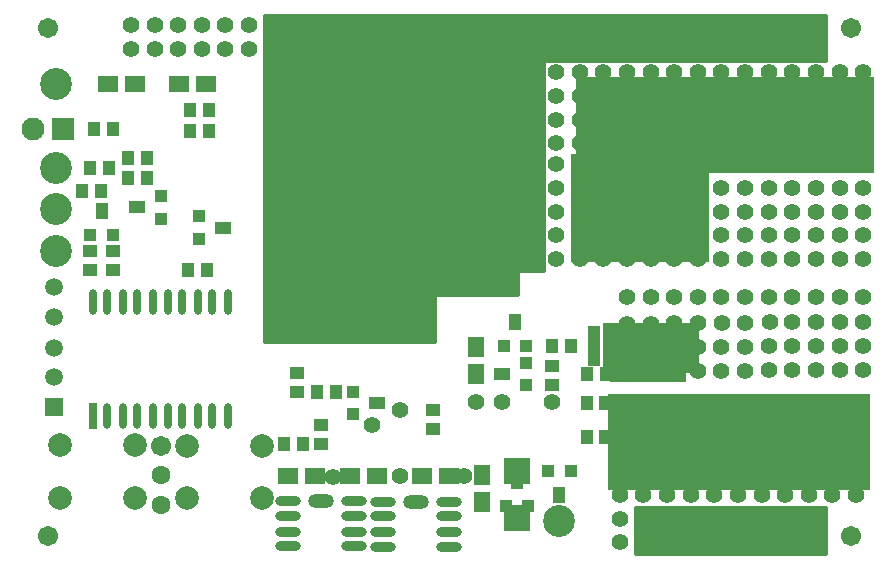
<source format=gts>
%FSLAX44Y44*%
%MOMM*%
G71*
G01*
G75*
G04 Layer_Color=8388736*
%ADD10C,0.4500*%
%ADD11R,0.9000X0.9500*%
%ADD12R,0.9500X0.9000*%
%ADD13R,1.5000X1.2500*%
%ADD14R,1.2500X1.5000*%
%ADD15R,6.3500X1.5240*%
%ADD16R,3.2000X1.0000*%
%ADD17R,0.9144X0.9144*%
%ADD18R,1.2700X0.9144*%
%ADD19R,0.9144X0.9144*%
%ADD20R,0.9144X1.2700*%
%ADD21R,0.9500X0.8000*%
%ADD22R,0.8000X0.9500*%
%ADD23O,0.5000X2.0000*%
%ADD24R,0.5000X2.0000*%
%ADD25R,0.9000X3.2000*%
%ADD26R,11.5000X9.0000*%
%ADD27R,0.9000X0.9000*%
%ADD28R,0.9000X1.2500*%
%ADD29R,2.0000X2.0000*%
%ADD30R,8.0000X4.0000*%
%ADD31O,2.0000X0.6000*%
%ADD32O,2.0000X1.0000*%
%ADD33C,0.5000*%
%ADD34C,0.3000*%
%ADD35R,1.7500X1.7500*%
%ADD36C,1.7500*%
%ADD37C,1.4000*%
%ADD38C,1.5000*%
%ADD39C,1.8000*%
%ADD40C,2.5000*%
%ADD41R,25.0000X8.0000*%
%ADD42R,22.0000X8.0000*%
%ADD43R,1.3000X1.3000*%
%ADD44C,1.3000*%
%ADD45C,1.2000*%
%ADD46C,0.2540*%
%ADD47C,0.2000*%
%ADD48C,0.3048*%
%ADD49C,0.2500*%
%ADD50C,0.1800*%
%ADD51C,0.1000*%
%ADD52R,1.1032X1.1532*%
%ADD53R,1.1532X1.1032*%
%ADD54R,1.7032X1.4532*%
%ADD55R,1.4532X1.7032*%
%ADD56R,6.5532X1.7272*%
%ADD57R,3.4032X1.2032*%
%ADD58R,1.1176X1.1176*%
%ADD59R,1.4732X1.1176*%
%ADD60R,1.1176X1.1176*%
%ADD61R,1.1176X1.4732*%
%ADD62R,1.1532X1.0032*%
%ADD63R,1.0032X1.1532*%
%ADD64O,0.7032X2.2032*%
%ADD65R,0.7032X2.2032*%
%ADD66R,1.1032X3.4032*%
%ADD67R,11.7032X9.2032*%
%ADD68R,1.1032X1.1032*%
%ADD69R,1.1032X1.4532*%
%ADD70R,2.2032X2.2032*%
%ADD71R,8.2032X4.2032*%
%ADD72O,2.2032X0.8032*%
%ADD73O,2.2032X1.2032*%
%ADD74R,1.9532X1.9532*%
%ADD75C,1.9532*%
%ADD76C,1.6032*%
%ADD77C,1.7032*%
%ADD78C,2.0032*%
%ADD79C,2.7032*%
%ADD80R,25.2032X8.2032*%
%ADD81R,22.2032X8.2032*%
%ADD82R,1.5032X1.5032*%
%ADD83C,1.5032*%
%ADD84C,1.4032*%
D10*
X184010Y-223001D02*
X397000D01*
X184010Y-219002D02*
X397000D01*
X184010Y-215002D02*
X397000D01*
X184010Y-211002D02*
X397000D01*
X184010Y-207002D02*
X397000D01*
X184010Y-203002D02*
X397000D01*
X184010Y-199002D02*
X397000D01*
X184010Y-195002D02*
X397000D01*
X184010Y-191002D02*
X397000D01*
X184010Y-187002D02*
X397000D01*
X184010Y-183002D02*
X397000D01*
X184010Y-179002D02*
X397000D01*
X184010Y-175002D02*
X397000D01*
X184010Y-171002D02*
X397000D01*
X184010Y-167002D02*
X397000D01*
X184010Y-163002D02*
X397000D01*
X184010Y-159002D02*
X397000D01*
X184010Y-155002D02*
X397000D01*
X184010Y-151002D02*
X397000D01*
X184010Y-147002D02*
X397000D01*
X184010Y-143002D02*
X397000D01*
X184010Y-139002D02*
X397000D01*
X184010Y-135002D02*
X397000D01*
X184010Y-131002D02*
X397000D01*
X184010Y-127002D02*
X397000D01*
X184010Y-123002D02*
X397000D01*
X184010Y-119002D02*
X397000D01*
X184010Y-115002D02*
X397000D01*
X184010Y-111002D02*
X397000D01*
X184010Y-107002D02*
X397000D01*
X184010Y-103002D02*
X397000D01*
X184010Y-99002D02*
X397000D01*
X184010Y-95002D02*
X397000D01*
X184010Y-91002D02*
X397000D01*
X184010Y-87002D02*
X397000D01*
X184010Y-83002D02*
X397000D01*
X184010Y-79002D02*
X397000D01*
X184010Y-75002D02*
X397000D01*
X184010Y-71002D02*
X397000D01*
X184010Y-67002D02*
X397000D01*
X184010Y-63002D02*
X397000D01*
X184010Y-59002D02*
X397000D01*
X184010Y-55002D02*
X397000D01*
X184010Y-51002D02*
X397000D01*
X184010Y-47002D02*
X397000D01*
X184010Y-43002D02*
X397000D01*
X184010Y-39002D02*
X397000D01*
X184010Y-35002D02*
X397000D01*
X184010Y-31002D02*
X397000D01*
X184010Y-27002D02*
X397000D01*
X184010Y-23002D02*
X397000D01*
X184010Y-19002D02*
X397000D01*
X184010Y-15002D02*
X397000D01*
X184010Y-11002D02*
X397000D01*
X184010Y-7002D02*
X397000D01*
X184010Y-3002D02*
X397000D01*
X184010Y998D02*
X397000D01*
X184010Y4998D02*
X397000D01*
X184010Y-225000D02*
Y10250D01*
X186998Y-225000D02*
Y10250D01*
X190998Y-225000D02*
Y10250D01*
X194998Y-225000D02*
Y10250D01*
X198998Y-225000D02*
Y10250D01*
X202998Y-225000D02*
Y10250D01*
X206998Y-225000D02*
Y10250D01*
X210998Y-225000D02*
Y10250D01*
X214998Y-225000D02*
Y10250D01*
X218998Y-225000D02*
Y10250D01*
X222998Y-225000D02*
Y10250D01*
X226998Y-225000D02*
Y10250D01*
X230998Y-225000D02*
Y10250D01*
X234998Y-225000D02*
Y10250D01*
X184010Y-225000D02*
X397000D01*
X238998D02*
Y10250D01*
X242998Y-225000D02*
Y10250D01*
X246998Y-225000D02*
Y10250D01*
X250998Y-225000D02*
Y10250D01*
X254998Y-225000D02*
Y10250D01*
X258998Y-225000D02*
Y10250D01*
X262998Y-225000D02*
Y10250D01*
X266998Y-225000D02*
Y10250D01*
X270998Y-225000D02*
Y10250D01*
X274998Y-225000D02*
Y10250D01*
X278998Y-225000D02*
Y10250D01*
X282998Y-225000D02*
Y10250D01*
X286998Y-225000D02*
Y10250D01*
X290998Y-225000D02*
Y10250D01*
X294998Y-225000D02*
Y10250D01*
X298998Y-225000D02*
Y10250D01*
X302998Y-225000D02*
Y10250D01*
X306998Y-225000D02*
Y10250D01*
X310998Y-225000D02*
Y10250D01*
X314998Y-225000D02*
Y10250D01*
X318998Y-225000D02*
Y10250D01*
X322998Y-225000D02*
Y10250D01*
X326998Y-225000D02*
Y10250D01*
X330998Y-225000D02*
Y10250D01*
X334998Y-225000D02*
Y10250D01*
X338997Y-225000D02*
Y10250D01*
X342998Y-225000D02*
Y10250D01*
X346997Y-225000D02*
Y10250D01*
X350998Y-225000D02*
Y10250D01*
X354997Y-225000D02*
Y10250D01*
X184010Y8998D02*
X397000D01*
X358997Y-225000D02*
Y10250D01*
X362998Y-225000D02*
Y10250D01*
X366997Y-225000D02*
Y10250D01*
X370998Y-225000D02*
Y10250D01*
X374997Y-225000D02*
Y10250D01*
X378997Y-225000D02*
Y10250D01*
X382998Y-225000D02*
Y10250D01*
X184010D02*
X397000D01*
X386997Y-225000D02*
Y10250D01*
X390997Y-225000D02*
Y10250D01*
X394997Y-225000D02*
Y10250D01*
X397000Y-225000D02*
Y10250D01*
X378500Y-27002D02*
Y10250D01*
X378997Y-27002D02*
Y10250D01*
X382998Y-27002D02*
Y10250D01*
X386997Y-27002D02*
Y10250D01*
X390997Y-27002D02*
Y10250D01*
X394997Y-27002D02*
Y10250D01*
X398997Y-27002D02*
Y10250D01*
X402997Y-27002D02*
Y10250D01*
X406997Y-27002D02*
Y10250D01*
X410997Y-27002D02*
Y10250D01*
X378500Y-27002D02*
X657750D01*
X414997D02*
Y10250D01*
X418997Y-27002D02*
Y10250D01*
X422997Y-27002D02*
Y10250D01*
X426997Y-27002D02*
Y10250D01*
X430997Y-27002D02*
Y10250D01*
X434997Y-27002D02*
Y10250D01*
X438997Y-27002D02*
Y10250D01*
X442997Y-27002D02*
Y10250D01*
X446997Y-27002D02*
Y10250D01*
X450997Y-27002D02*
Y10250D01*
X454997Y-27002D02*
Y10250D01*
X458997Y-27002D02*
Y10250D01*
X462997Y-27002D02*
Y10250D01*
X466997Y-27002D02*
Y10250D01*
X470997Y-27002D02*
Y10250D01*
X474997Y-27002D02*
Y10250D01*
X478997Y-27002D02*
Y10250D01*
X482997Y-27002D02*
Y10250D01*
X486997Y-27002D02*
Y10250D01*
X378500Y-23002D02*
X657750D01*
X378500Y-19002D02*
X657750D01*
X378500Y-15002D02*
X657750D01*
X378500Y-11002D02*
X657750D01*
X378500Y-7002D02*
X657750D01*
X378500Y-3002D02*
X657750D01*
X378500Y998D02*
X657750D01*
X378500Y4998D02*
X657750D01*
X490997Y-27002D02*
Y10250D01*
X378500Y8998D02*
X657750D01*
X378500Y10250D02*
X657750D01*
X494997Y-27002D02*
Y10250D01*
X498997Y-27002D02*
Y10250D01*
X502997Y-27002D02*
Y10250D01*
X506997Y-27002D02*
Y10250D01*
X510997Y-27002D02*
Y10250D01*
X514997Y-27002D02*
Y10250D01*
X518997Y-27002D02*
Y10250D01*
X522997Y-27002D02*
Y10250D01*
X526997Y-27002D02*
Y10250D01*
X530997Y-27002D02*
Y10250D01*
X534997Y-27002D02*
Y10250D01*
X538997Y-27002D02*
Y10250D01*
X542997Y-27002D02*
Y10250D01*
X546997Y-27002D02*
Y10250D01*
X550997Y-27002D02*
Y10250D01*
X554997Y-27002D02*
Y10250D01*
X558997Y-27002D02*
Y10250D01*
X562997Y-27002D02*
Y10250D01*
X566997Y-27002D02*
Y10250D01*
X570997Y-27002D02*
Y10250D01*
X574997Y-27002D02*
Y10250D01*
X578997Y-27002D02*
Y10250D01*
X582997Y-27002D02*
Y10250D01*
X586997Y-27002D02*
Y10250D01*
X590997Y-27002D02*
Y10250D01*
X594997Y-27002D02*
Y10250D01*
X598997Y-27002D02*
Y10250D01*
X602997Y-27002D02*
Y10250D01*
X606997Y-27002D02*
Y10250D01*
X610997Y-27002D02*
Y10250D01*
X614997Y-27002D02*
Y10250D01*
X618997Y-27002D02*
Y10250D01*
X622997Y-27002D02*
Y10250D01*
X626997Y-27002D02*
Y10250D01*
X630997Y-27002D02*
Y10250D01*
X634997Y-27002D02*
Y10250D01*
X638997Y-27002D02*
Y10250D01*
X642997Y-27002D02*
Y10250D01*
X646997Y-27002D02*
Y10250D01*
X650997Y-27002D02*
Y10250D01*
X654997Y-27002D02*
Y10250D01*
X657750Y-27002D02*
Y10250D01*
X386997Y-203002D02*
X418750D01*
X386997Y-199002D02*
X418750D01*
X386997Y-195002D02*
X418750D01*
X386997Y-191002D02*
X418750D01*
X386997Y-187002D02*
X418750D01*
X386997Y-204750D02*
Y-23002D01*
Y-183002D02*
X418750D01*
X386997Y-179002D02*
X418750D01*
X386997Y-175002D02*
X418750D01*
X386997Y-171002D02*
X418750D01*
X386997Y-167002D02*
X418750D01*
X386997Y-163002D02*
X418750D01*
X386997Y-159002D02*
X418750D01*
X386997Y-155002D02*
X418750D01*
X386997Y-151002D02*
X418750D01*
X386997Y-147002D02*
X418750D01*
X386997Y-143002D02*
X418750D01*
X386997Y-139002D02*
X418750D01*
X386997Y-135002D02*
X418750D01*
X386997Y-131002D02*
X418750D01*
X386997Y-127002D02*
X418750D01*
X386997Y-123002D02*
X418750D01*
X386997Y-119002D02*
X418750D01*
X386997Y-115002D02*
X418750D01*
X386997Y-111002D02*
X418750D01*
X386997Y-107002D02*
X418750D01*
X386997Y-103002D02*
X418750D01*
X386997Y-99002D02*
X418750D01*
X386997Y-204750D02*
Y-23002D01*
X390997Y-204750D02*
Y-23002D01*
X394997Y-204750D02*
Y-23002D01*
X398997Y-204750D02*
Y-23002D01*
X402997Y-204750D02*
Y-23002D01*
X406997Y-204750D02*
Y-23002D01*
X410997Y-204750D02*
Y-23002D01*
X386997Y-204750D02*
X418750D01*
X386997Y-95002D02*
X418750D01*
X386997Y-91002D02*
X418750D01*
X386997Y-87002D02*
X418750D01*
X386997Y-83002D02*
X418750D01*
X414997Y-204750D02*
Y-23002D01*
X418750Y-204750D02*
Y-23002D01*
X386997Y-79002D02*
X418750D01*
X386997Y-75002D02*
X418750D01*
X386997Y-71002D02*
X418750D01*
X386997Y-67002D02*
X418750D01*
X386997Y-63002D02*
X418750D01*
X386997Y-59002D02*
X418750D01*
X386997Y-55002D02*
X418750D01*
X386997Y-51002D02*
X418750D01*
X386997Y-47002D02*
X418750D01*
X386997Y-43002D02*
X418750D01*
X386997Y-39002D02*
X418750D01*
X386997Y-35002D02*
X418750D01*
X386997Y-31002D02*
X418750D01*
X386997Y-27002D02*
X418750D01*
X386997Y-23002D02*
X418750D01*
X184000Y-265000D02*
Y-221750D01*
X186998Y-265000D02*
Y-221750D01*
X190998Y-265000D02*
Y-221750D01*
X194998Y-265000D02*
Y-221750D01*
X198998Y-265000D02*
Y-221750D01*
X202998Y-265000D02*
Y-221750D01*
X184000Y-265000D02*
X326998D01*
X206998D02*
Y-221750D01*
X210998Y-265000D02*
Y-221750D01*
X214998Y-265000D02*
Y-221750D01*
X218998Y-265000D02*
Y-221750D01*
X222998Y-265000D02*
Y-221750D01*
X184000Y-263001D02*
X326998D01*
X184000Y-259002D02*
X326998D01*
X184000Y-255002D02*
X326998D01*
X184000Y-251001D02*
X326998D01*
X226998Y-265000D02*
Y-221750D01*
X184000Y-247001D02*
X326998D01*
X184000Y-243001D02*
X326998D01*
X184000Y-239002D02*
X326998D01*
X184000Y-235002D02*
X326998D01*
X184000Y-231001D02*
X326998D01*
X184000Y-227001D02*
X326998D01*
X184000Y-223001D02*
X326998D01*
X184000Y-221750D02*
X326998D01*
X230998Y-265000D02*
Y-221750D01*
X234998Y-265000D02*
Y-221750D01*
X238998Y-265000D02*
Y-221750D01*
X242998Y-265000D02*
Y-221750D01*
X246998Y-265000D02*
Y-221750D01*
X250998Y-265000D02*
Y-221750D01*
X254998Y-265000D02*
Y-221750D01*
X258998Y-265000D02*
Y-221750D01*
X262998Y-265000D02*
Y-221750D01*
X266998Y-265000D02*
Y-221750D01*
X270998Y-265000D02*
Y-221750D01*
X274998Y-265000D02*
Y-221750D01*
X278998Y-265000D02*
Y-221750D01*
X282998Y-265000D02*
Y-221750D01*
X286998Y-265000D02*
Y-221750D01*
X290998Y-265000D02*
Y-221750D01*
X294998Y-265000D02*
Y-221750D01*
X298998Y-265000D02*
Y-221750D01*
X302998Y-265000D02*
Y-221750D01*
X306998Y-265000D02*
Y-221750D01*
X310998Y-265000D02*
Y-221750D01*
X314998Y-265000D02*
Y-221750D01*
X318998Y-265000D02*
Y-221750D01*
X322998Y-265000D02*
Y-221750D01*
X326998Y-265000D02*
Y-221750D01*
X497508Y-444250D02*
Y-406500D01*
X498997Y-444250D02*
Y-406500D01*
X502997Y-444250D02*
Y-406500D01*
X506997Y-444250D02*
Y-406500D01*
X510997Y-444250D02*
Y-406500D01*
X514997Y-444250D02*
Y-406500D01*
X497508Y-444250D02*
X658250D01*
X518997D02*
Y-406500D01*
X522997Y-444250D02*
Y-406500D01*
X526997Y-444250D02*
Y-406500D01*
X530997Y-444250D02*
Y-406500D01*
X534997Y-444250D02*
Y-406500D01*
X538997Y-444250D02*
Y-406500D01*
X497508Y-443001D02*
X658250D01*
X497508Y-439001D02*
X658250D01*
X497508Y-435001D02*
X658250D01*
X542997Y-444250D02*
Y-406500D01*
X497508Y-431001D02*
X658250D01*
X546997Y-444250D02*
Y-406500D01*
X550997Y-444250D02*
Y-406500D01*
X497508Y-427001D02*
X658250D01*
X497508Y-423001D02*
X658250D01*
X497508Y-419001D02*
X658250D01*
X497508Y-415001D02*
X658250D01*
X497508Y-411001D02*
X658250D01*
X497508Y-407001D02*
X658250D01*
X497508Y-406500D02*
X658250D01*
X554997Y-444250D02*
Y-406500D01*
X558997Y-444250D02*
Y-406500D01*
X562997Y-444250D02*
Y-406500D01*
X566997Y-444250D02*
Y-406500D01*
X570997Y-444250D02*
Y-406500D01*
X574997Y-444250D02*
Y-406500D01*
X578997Y-444250D02*
Y-406500D01*
X582997Y-444250D02*
Y-406500D01*
X586997Y-444250D02*
Y-406500D01*
X590997Y-444250D02*
Y-406500D01*
X594997Y-444250D02*
Y-406500D01*
X598997Y-444250D02*
Y-406500D01*
X602997Y-444250D02*
Y-406500D01*
X606997Y-444250D02*
Y-406500D01*
X610997Y-444250D02*
Y-406500D01*
X614997Y-444250D02*
Y-406500D01*
X618997Y-444250D02*
Y-406500D01*
X622997Y-444250D02*
Y-406500D01*
X626997Y-444250D02*
Y-406500D01*
X630997Y-444250D02*
Y-406500D01*
X634997Y-444250D02*
Y-406500D01*
X638997Y-444250D02*
Y-406500D01*
X642997Y-444250D02*
Y-406500D01*
X646997Y-444250D02*
Y-406500D01*
X650997Y-444250D02*
Y-406500D01*
X654997Y-444250D02*
Y-406500D01*
X658250Y-444250D02*
Y-406500D01*
D52*
X227500Y-307750D02*
D03*
X243500D02*
D03*
X120000Y-69250D02*
D03*
X136000D02*
D03*
X118500Y-204500D02*
D03*
X134500D02*
D03*
X84000Y-110250D02*
D03*
X68000D02*
D03*
X199750Y-352250D02*
D03*
X215750D02*
D03*
X120000Y-87500D02*
D03*
X136000D02*
D03*
D53*
X326250Y-323500D02*
D03*
Y-339500D02*
D03*
X35750Y-188500D02*
D03*
Y-204500D02*
D03*
X231500Y-336250D02*
D03*
Y-352250D02*
D03*
D54*
X317000Y-379250D02*
D03*
X340000D02*
D03*
X256000D02*
D03*
X279000D02*
D03*
X226250Y-379500D02*
D03*
X203250D02*
D03*
X111250Y-47750D02*
D03*
X134250D02*
D03*
X73750D02*
D03*
X50750D02*
D03*
D55*
X367750Y-401000D02*
D03*
Y-378000D02*
D03*
X362500Y-269750D02*
D03*
Y-292750D02*
D03*
D56*
X507750Y-318750D02*
D03*
Y-291500D02*
D03*
D57*
X490500Y-346250D02*
D03*
Y-284250D02*
D03*
D58*
X405000Y-283450D02*
D03*
Y-302500D02*
D03*
X258250Y-307750D02*
D03*
Y-326800D02*
D03*
X127500Y-159250D02*
D03*
Y-178300D02*
D03*
X95750Y-161500D02*
D03*
Y-142450D02*
D03*
D59*
X384680Y-292848D02*
D03*
X278570Y-317402D02*
D03*
X147820Y-168902D02*
D03*
X75430Y-151848D02*
D03*
D60*
X386000Y-269500D02*
D03*
X405050D02*
D03*
X442500Y-374750D02*
D03*
X423450D02*
D03*
X54800Y-175250D02*
D03*
X35750D02*
D03*
D61*
X395652Y-249180D02*
D03*
X432848Y-395070D02*
D03*
X45402Y-154930D02*
D03*
D62*
X210500Y-291750D02*
D03*
Y-307750D02*
D03*
X426500Y-302000D02*
D03*
Y-286000D02*
D03*
X54750Y-188500D02*
D03*
Y-204500D02*
D03*
D63*
X51500Y-118750D02*
D03*
X35500D02*
D03*
X84000Y-127250D02*
D03*
X68000D02*
D03*
X55250Y-85750D02*
D03*
X39250D02*
D03*
X472500Y-293250D02*
D03*
X456500D02*
D03*
X427000Y-269500D02*
D03*
X443000D02*
D03*
X29000Y-138000D02*
D03*
X45000D02*
D03*
X472000Y-317500D02*
D03*
X456000D02*
D03*
X472000Y-346250D02*
D03*
X456000D02*
D03*
D64*
X88750Y-232000D02*
D03*
X50250Y-328500D02*
D03*
X63250D02*
D03*
X75750D02*
D03*
X101250D02*
D03*
X113750D02*
D03*
X126750D02*
D03*
X139250D02*
D03*
X152250D02*
D03*
Y-232000D02*
D03*
X139250D02*
D03*
X126750D02*
D03*
X113750D02*
D03*
X101250D02*
D03*
X75750D02*
D03*
X63250D02*
D03*
X50250D02*
D03*
X37750D02*
D03*
X88750Y-328500D02*
D03*
D65*
X37750D02*
D03*
D66*
X475500Y-269500D02*
D03*
X462750D02*
D03*
X488250D02*
D03*
X513750D02*
D03*
X526500D02*
D03*
X539250D02*
D03*
D67*
X501000Y-152750D02*
D03*
D68*
X387750Y-404250D02*
D03*
X406750D02*
D03*
D69*
X397250Y-383750D02*
D03*
D70*
Y-414750D02*
D03*
Y-374750D02*
D03*
D71*
X510997Y-270500D02*
D03*
D72*
X284000Y-439000D02*
D03*
X340000Y-401000D02*
D03*
Y-413500D02*
D03*
Y-426500D02*
D03*
Y-439000D02*
D03*
X284000Y-426500D02*
D03*
Y-413500D02*
D03*
Y-401000D02*
D03*
X203250Y-400750D02*
D03*
Y-413250D02*
D03*
Y-426250D02*
D03*
X259250Y-438750D02*
D03*
Y-426250D02*
D03*
Y-413250D02*
D03*
Y-400750D02*
D03*
X203250Y-438750D02*
D03*
D73*
X231250Y-400750D02*
D03*
X312000Y-401000D02*
D03*
D74*
X12750Y-85750D02*
D03*
D75*
X-12750D02*
D03*
D76*
X96000Y-378500D02*
D03*
Y-404000D02*
D03*
D77*
Y-353500D02*
D03*
X680000Y-430000D02*
D03*
X679750Y250D02*
D03*
X0Y-430000D02*
D03*
Y0D02*
D03*
D78*
X118000Y-353500D02*
D03*
Y-398000D02*
D03*
X181500Y-353500D02*
D03*
Y-398000D02*
D03*
X73500Y-397750D02*
D03*
Y-353250D02*
D03*
X10000Y-397750D02*
D03*
Y-353250D02*
D03*
D79*
X7250Y-118750D02*
D03*
X433000Y-417500D02*
D03*
X7250Y-47750D02*
D03*
X7000Y-153500D02*
D03*
Y-188500D02*
D03*
D80*
X573500Y-82000D02*
D03*
D81*
X585000Y-350500D02*
D03*
D82*
X5250Y-321000D02*
D03*
D83*
Y-295500D02*
D03*
Y-270500D02*
D03*
Y-245000D02*
D03*
Y-219500D02*
D03*
D84*
X590250Y-270000D02*
D03*
X570253Y-290002D02*
D03*
X570253Y-270001D02*
D03*
X571000Y-250000D02*
D03*
X590253Y-290002D02*
D03*
Y-250002D02*
D03*
X630250Y-269250D02*
D03*
X610253Y-289251D02*
D03*
Y-269251D02*
D03*
X611000Y-249250D02*
D03*
X630253Y-289251D02*
D03*
Y-249251D02*
D03*
X630250Y-195500D02*
D03*
X70250Y-17500D02*
D03*
Y2500D02*
D03*
X90250Y-17500D02*
D03*
Y2500D02*
D03*
X110250Y-17500D02*
D03*
Y2500D02*
D03*
X130250Y-17500D02*
D03*
Y2500D02*
D03*
X150250Y-17500D02*
D03*
Y2500D02*
D03*
X170250Y-17500D02*
D03*
Y2500D02*
D03*
X190250Y-195500D02*
D03*
Y-175500D02*
D03*
Y-155500D02*
D03*
Y-97500D02*
D03*
Y-77500D02*
D03*
Y-57500D02*
D03*
Y-37500D02*
D03*
Y-17500D02*
D03*
Y2500D02*
D03*
X210250Y-215500D02*
D03*
Y-195500D02*
D03*
Y-175500D02*
D03*
Y-155500D02*
D03*
Y-135500D02*
D03*
Y-97500D02*
D03*
Y-77500D02*
D03*
Y-57500D02*
D03*
Y-37500D02*
D03*
Y-17500D02*
D03*
Y2500D02*
D03*
X230250Y-215500D02*
D03*
Y-195500D02*
D03*
Y-175500D02*
D03*
Y-155500D02*
D03*
Y-135500D02*
D03*
Y-97500D02*
D03*
Y-77500D02*
D03*
Y-57500D02*
D03*
Y-37500D02*
D03*
Y-17500D02*
D03*
Y2500D02*
D03*
X250250Y-215500D02*
D03*
Y-195500D02*
D03*
Y-175500D02*
D03*
Y-155500D02*
D03*
Y-135500D02*
D03*
Y-97500D02*
D03*
Y-77500D02*
D03*
Y-57500D02*
D03*
Y-37500D02*
D03*
Y-17500D02*
D03*
Y2500D02*
D03*
X270250Y-215500D02*
D03*
Y-195500D02*
D03*
Y-175500D02*
D03*
Y-155500D02*
D03*
Y-135500D02*
D03*
Y-97500D02*
D03*
Y-77500D02*
D03*
Y-57500D02*
D03*
Y-37500D02*
D03*
Y-17500D02*
D03*
Y2500D02*
D03*
X290250Y-215500D02*
D03*
Y-195500D02*
D03*
Y-175500D02*
D03*
Y-155500D02*
D03*
Y-135500D02*
D03*
Y-97500D02*
D03*
Y-77500D02*
D03*
Y-57500D02*
D03*
Y-37500D02*
D03*
Y-17500D02*
D03*
Y2500D02*
D03*
X310250Y-215500D02*
D03*
Y-195500D02*
D03*
Y-175500D02*
D03*
Y-155500D02*
D03*
Y-135500D02*
D03*
Y-97500D02*
D03*
Y-77500D02*
D03*
Y-57500D02*
D03*
Y-37500D02*
D03*
Y-17500D02*
D03*
Y2500D02*
D03*
X330250Y-195500D02*
D03*
Y-175500D02*
D03*
Y-155500D02*
D03*
Y-135500D02*
D03*
Y-97500D02*
D03*
Y-77500D02*
D03*
Y-57500D02*
D03*
Y-37500D02*
D03*
Y-17500D02*
D03*
Y2500D02*
D03*
X350250Y-195500D02*
D03*
Y-175500D02*
D03*
Y-155500D02*
D03*
Y-135500D02*
D03*
Y-97500D02*
D03*
Y-77500D02*
D03*
Y-57500D02*
D03*
Y-37500D02*
D03*
Y-17500D02*
D03*
Y2500D02*
D03*
X370250Y-195500D02*
D03*
Y-175500D02*
D03*
Y-155500D02*
D03*
Y-135500D02*
D03*
Y-97500D02*
D03*
Y-77500D02*
D03*
Y-57500D02*
D03*
Y-37500D02*
D03*
Y-17500D02*
D03*
Y2500D02*
D03*
X390250Y-195500D02*
D03*
Y-175500D02*
D03*
Y-155500D02*
D03*
Y-135500D02*
D03*
Y-97500D02*
D03*
Y-77500D02*
D03*
Y-57500D02*
D03*
Y-37500D02*
D03*
Y-17500D02*
D03*
Y2500D02*
D03*
X410250Y-195500D02*
D03*
Y-175500D02*
D03*
Y-155500D02*
D03*
Y-135500D02*
D03*
Y-97500D02*
D03*
Y-77500D02*
D03*
Y-57500D02*
D03*
Y-37500D02*
D03*
Y-17500D02*
D03*
Y2500D02*
D03*
X430250Y-195500D02*
D03*
Y-175500D02*
D03*
Y-155500D02*
D03*
Y-135500D02*
D03*
Y-97500D02*
D03*
Y-77500D02*
D03*
Y-57500D02*
D03*
Y-37500D02*
D03*
Y-17500D02*
D03*
Y2500D02*
D03*
X450250Y-195500D02*
D03*
Y-175500D02*
D03*
Y-155500D02*
D03*
Y-135500D02*
D03*
X450250Y-115500D02*
D03*
X450250Y-97500D02*
D03*
Y-77500D02*
D03*
Y-57500D02*
D03*
Y-37500D02*
D03*
Y-17500D02*
D03*
Y2500D02*
D03*
X470250Y-195500D02*
D03*
Y-175500D02*
D03*
Y-155500D02*
D03*
Y-135500D02*
D03*
Y-115500D02*
D03*
X470250Y-97500D02*
D03*
X470250Y-77500D02*
D03*
Y-57500D02*
D03*
Y-37500D02*
D03*
Y-17500D02*
D03*
Y2500D02*
D03*
X490250Y-175500D02*
D03*
Y-155500D02*
D03*
Y-135500D02*
D03*
Y-115500D02*
D03*
Y-97500D02*
D03*
Y-77500D02*
D03*
Y-57500D02*
D03*
Y-37500D02*
D03*
Y-17500D02*
D03*
Y2500D02*
D03*
X510250Y-195500D02*
D03*
Y-175500D02*
D03*
Y-155500D02*
D03*
Y-135500D02*
D03*
X510250Y-115500D02*
D03*
Y-97500D02*
D03*
Y-77500D02*
D03*
Y-57500D02*
D03*
Y-37500D02*
D03*
Y-17500D02*
D03*
Y2500D02*
D03*
X530250Y-195500D02*
D03*
Y-175500D02*
D03*
Y-155500D02*
D03*
Y-135500D02*
D03*
Y-115500D02*
D03*
Y-97500D02*
D03*
Y-77500D02*
D03*
Y-57500D02*
D03*
Y-37500D02*
D03*
Y-17500D02*
D03*
Y2500D02*
D03*
X550250Y-195500D02*
D03*
Y-175500D02*
D03*
Y-155500D02*
D03*
Y-135500D02*
D03*
X550250Y-115500D02*
D03*
Y-97500D02*
D03*
Y-77500D02*
D03*
Y-57500D02*
D03*
Y-37500D02*
D03*
Y-17500D02*
D03*
Y2500D02*
D03*
X570250Y-195500D02*
D03*
Y-175500D02*
D03*
Y-155500D02*
D03*
Y-135500D02*
D03*
Y-115500D02*
D03*
X570250Y-97500D02*
D03*
Y-57500D02*
D03*
Y-37500D02*
D03*
Y-17500D02*
D03*
Y2500D02*
D03*
X590250Y-195500D02*
D03*
Y-175500D02*
D03*
Y-155500D02*
D03*
Y-135500D02*
D03*
Y-115500D02*
D03*
Y-97500D02*
D03*
Y-77500D02*
D03*
Y-57500D02*
D03*
Y-37500D02*
D03*
Y-17500D02*
D03*
Y2500D02*
D03*
X610250Y-195500D02*
D03*
Y-175500D02*
D03*
Y-155500D02*
D03*
Y-135500D02*
D03*
Y-115500D02*
D03*
X610250Y-97500D02*
D03*
Y-77500D02*
D03*
Y-57500D02*
D03*
Y-37500D02*
D03*
Y-17500D02*
D03*
Y2500D02*
D03*
X630250Y-175500D02*
D03*
Y-155500D02*
D03*
Y-135500D02*
D03*
Y-115500D02*
D03*
Y-97500D02*
D03*
Y-77500D02*
D03*
Y-57500D02*
D03*
Y-37500D02*
D03*
Y-17500D02*
D03*
Y2500D02*
D03*
X650250Y-195500D02*
D03*
Y-175500D02*
D03*
Y-155500D02*
D03*
Y-135500D02*
D03*
Y-115500D02*
D03*
Y-97500D02*
D03*
Y-77500D02*
D03*
Y-57500D02*
D03*
Y-37500D02*
D03*
Y-17500D02*
D03*
Y2500D02*
D03*
X670250Y-195500D02*
D03*
Y-175500D02*
D03*
Y-155500D02*
D03*
Y-135500D02*
D03*
Y-115500D02*
D03*
Y-97500D02*
D03*
Y-77500D02*
D03*
Y-57500D02*
D03*
Y-37500D02*
D03*
X690250Y-195500D02*
D03*
Y-175500D02*
D03*
Y-155500D02*
D03*
Y-135500D02*
D03*
Y-115500D02*
D03*
Y-97500D02*
D03*
Y-77500D02*
D03*
Y-57500D02*
D03*
Y-37500D02*
D03*
X484250Y-435500D02*
D03*
Y-415500D02*
D03*
Y-395500D02*
D03*
Y-375500D02*
D03*
Y-357500D02*
D03*
Y-337500D02*
D03*
Y-317500D02*
D03*
X504250Y-435500D02*
D03*
Y-415500D02*
D03*
Y-395500D02*
D03*
Y-375500D02*
D03*
Y-357500D02*
D03*
Y-337500D02*
D03*
Y-317500D02*
D03*
X524250Y-435500D02*
D03*
Y-415500D02*
D03*
Y-395500D02*
D03*
Y-375500D02*
D03*
Y-357500D02*
D03*
Y-337500D02*
D03*
Y-317500D02*
D03*
X544250Y-435500D02*
D03*
Y-415500D02*
D03*
Y-395500D02*
D03*
Y-375500D02*
D03*
Y-357500D02*
D03*
Y-337500D02*
D03*
Y-317500D02*
D03*
X564250Y-435500D02*
D03*
Y-415500D02*
D03*
Y-395500D02*
D03*
Y-375500D02*
D03*
Y-357500D02*
D03*
Y-337500D02*
D03*
Y-317500D02*
D03*
X490250Y-250250D02*
D03*
X490253Y-227503D02*
D03*
X584250Y-435500D02*
D03*
Y-415500D02*
D03*
Y-395500D02*
D03*
Y-375500D02*
D03*
Y-337500D02*
D03*
Y-317500D02*
D03*
X510253Y-227503D02*
D03*
X604250Y-435500D02*
D03*
Y-415500D02*
D03*
Y-395500D02*
D03*
Y-375500D02*
D03*
Y-357500D02*
D03*
Y-337500D02*
D03*
Y-317500D02*
D03*
X530253Y-227503D02*
D03*
X624250Y-435500D02*
D03*
Y-415500D02*
D03*
Y-395500D02*
D03*
Y-375500D02*
D03*
Y-357500D02*
D03*
Y-337500D02*
D03*
Y-317500D02*
D03*
X550253Y-227503D02*
D03*
X644250Y-435500D02*
D03*
Y-415500D02*
D03*
Y-395500D02*
D03*
Y-375500D02*
D03*
Y-357500D02*
D03*
Y-337500D02*
D03*
Y-317500D02*
D03*
X570253Y-227503D02*
D03*
X664250Y-395500D02*
D03*
Y-375500D02*
D03*
Y-357500D02*
D03*
Y-337500D02*
D03*
Y-317500D02*
D03*
X590253Y-227503D02*
D03*
X684250Y-395500D02*
D03*
Y-375500D02*
D03*
Y-357500D02*
D03*
Y-337500D02*
D03*
Y-317500D02*
D03*
X610253Y-227503D02*
D03*
X630253Y-227502D02*
D03*
X650253Y-289251D02*
D03*
Y-269251D02*
D03*
Y-249251D02*
D03*
X650253Y-227503D02*
D03*
X670253Y-289251D02*
D03*
Y-269251D02*
D03*
Y-249251D02*
D03*
X670253Y-227503D02*
D03*
X690253Y-289251D02*
D03*
Y-269251D02*
D03*
Y-249251D02*
D03*
X690253Y-227503D02*
D03*
X510250Y-270000D02*
D03*
Y-250250D02*
D03*
X530250Y-270250D02*
D03*
Y-250000D02*
D03*
X550250Y-270000D02*
D03*
Y-250000D02*
D03*
X490250Y-270000D02*
D03*
Y-289750D02*
D03*
X510250D02*
D03*
X530250D02*
D03*
X550250Y-290000D02*
D03*
X190000Y-114750D02*
D03*
X210000D02*
D03*
X230000D02*
D03*
X250000D02*
D03*
X270000D02*
D03*
X290000D02*
D03*
X310000D02*
D03*
X330000D02*
D03*
X350000D02*
D03*
X370000D02*
D03*
X390000D02*
D03*
X410000D02*
D03*
X430000D02*
D03*
X189750Y-135500D02*
D03*
X490250Y-195750D02*
D03*
X330250Y-215500D02*
D03*
X350250D02*
D03*
X370250D02*
D03*
X390250D02*
D03*
X426500Y-316750D02*
D03*
X274500Y-336000D02*
D03*
X298000Y-379250D02*
D03*
Y-323500D02*
D03*
X384500Y-316750D02*
D03*
X362500D02*
D03*
X352500Y-379000D02*
D03*
X241000Y-379750D02*
D03*
M02*

</source>
